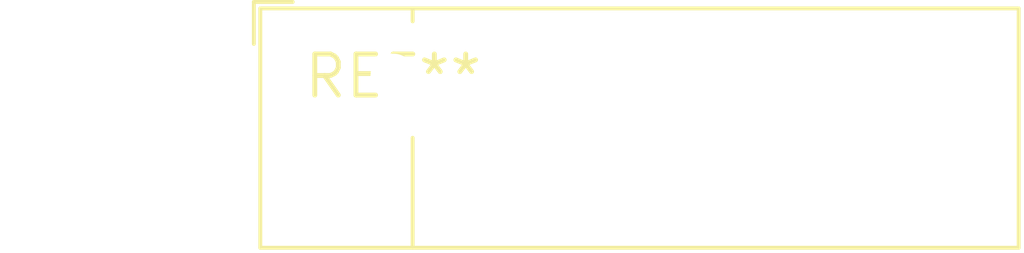
<source format=kicad_pcb>
(kicad_pcb (version 20240108) (generator pcbnew)
  (layers (0 "F.Cu" signal) (31 "B.Cu" signal) (34 "B.Paste" user) (35 "F.Paste" user) (36 "B.SilkS" user "B.Silkscreen") (37 "F.SilkS" user "F.Silkscreen") (38 "B.Mask" user) (39 "F.Mask" user) (44 "Edge.Cuts" user))
  (net 0 "")
  (footprint "Diode_Bridge_Vishay_KBU" (layer "F.Cu") (at 0 0)
    (property "Reference" "REF**")
    (property "Value" "Diode_Bridge_Vishay_KBU")
    (fp_line (start -4.3 -2.3) (end -3.1 -2.3) (layer "F.SilkS") (stroke (width 0.12)))
    (fp_line (start -4.3 -1) (end -4.3 -2.3) (layer "F.SilkS") (stroke (width 0.12)))
    (fp_line (start -4.1 -2.1) (end -4.1 5.3) (layer "F.SilkS") (stroke (width 0.12)))
    (fp_line (start -4.1 5.3) (end 19.3 5.3) (layer "F.SilkS") (stroke (width 0.12)))
    (fp_line (start 0.6 -1.7) (end 0.6 -2.1) (layer "F.SilkS") (stroke (width 0.12)))
    (fp_line (start 0.6 1.9) (end 0.6 5.3) (layer "F.SilkS") (stroke (width 0.12)))
    (fp_line (start 19.3 -2.1) (end -4.1 -2.1) (layer "F.SilkS") (stroke (width 0.12)))
    (fp_line (start 19.3 5.3) (end 19.3 -2.1) (layer "F.SilkS") (stroke (width 0.12)))
    (pad "1" thru_hole rect (at 0 0) (size 2.8 2.8) (drill 1.4) (layers *.Cu *.Mask) (remove_unused_layers))
    (pad "2" thru_hole circle (at 5.08 0) (size 2.8 2.8) (drill 1.4) (layers *.Cu *.Mask) (remove_unused_layers))
    (pad "3" thru_hole circle (at 10.16 0) (size 2.8 2.8) (drill 1.4) (layers *.Cu *.Mask) (remove_unused_layers))
    (pad "4" thru_hole circle (at 15.24 0) (size 2.8 2.8) (drill 1.4) (layers *.Cu *.Mask) (remove_unused_layers))
  )
)
</source>
